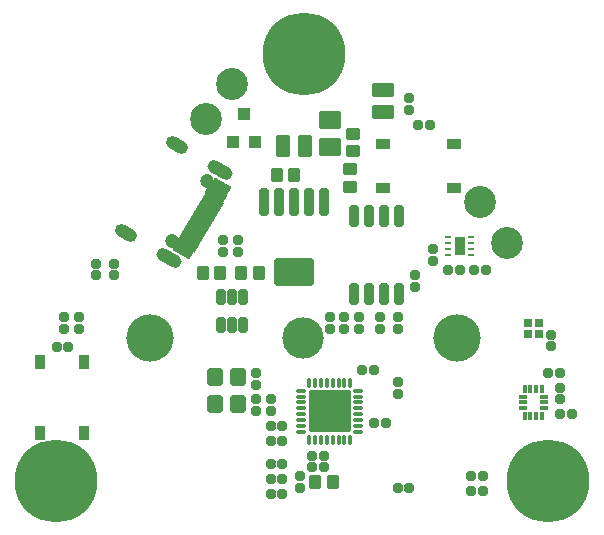
<source format=gbr>
%TF.GenerationSoftware,Altium Limited,Altium Designer,22.7.1 (60)*%
G04 Layer_Color=8388736*
%FSLAX45Y45*%
%MOMM*%
%TF.SameCoordinates,ACC7CE07-661A-46B9-B338-6EC4A6F7B09F*%
%TF.FilePolarity,Negative*%
%TF.FileFunction,Soldermask,Top*%
%TF.Part,Single*%
G01*
G75*
%TA.AperFunction,SMDPad,CuDef*%
G04:AMPARAMS|DCode=44|XSize=0.9mm|YSize=1.6mm|CornerRadius=0.0495mm|HoleSize=0mm|Usage=FLASHONLY|Rotation=180.000|XOffset=0mm|YOffset=0mm|HoleType=Round|Shape=RoundedRectangle|*
%AMROUNDEDRECTD44*
21,1,0.90000,1.50100,0,0,180.0*
21,1,0.80100,1.60000,0,0,180.0*
1,1,0.09900,-0.40050,0.75050*
1,1,0.09900,0.40050,0.75050*
1,1,0.09900,0.40050,-0.75050*
1,1,0.09900,-0.40050,-0.75050*
%
%ADD44ROUNDEDRECTD44*%
G04:AMPARAMS|DCode=45|XSize=0.5mm|YSize=0.25mm|CornerRadius=0.05mm|HoleSize=0mm|Usage=FLASHONLY|Rotation=180.000|XOffset=0mm|YOffset=0mm|HoleType=Round|Shape=RoundedRectangle|*
%AMROUNDEDRECTD45*
21,1,0.50000,0.15000,0,0,180.0*
21,1,0.40000,0.25000,0,0,180.0*
1,1,0.10000,-0.20000,0.07500*
1,1,0.10000,0.20000,0.07500*
1,1,0.10000,0.20000,-0.07500*
1,1,0.10000,-0.20000,-0.07500*
%
%ADD45ROUNDEDRECTD45*%
%TA.AperFunction,WasherPad*%
%ADD64C,4.00000*%
%ADD65C,3.50000*%
%ADD66C,7.00000*%
%TA.AperFunction,ComponentPad*%
%ADD67C,2.70320*%
%ADD68C,1.20000*%
G04:AMPARAMS|DCode=69|XSize=2.3mm|YSize=1.1mm|CornerRadius=0mm|HoleSize=0mm|Usage=FLASHONLY|Rotation=330.000|XOffset=0mm|YOffset=0mm|HoleType=Round|Shape=Round|*
%AMOVALD69*
21,1,1.20000,1.10000,0.00000,0.00000,330.0*
1,1,1.10000,-0.51962,0.30000*
1,1,1.10000,0.51962,-0.30000*
%
%ADD69OVALD69*%

G04:AMPARAMS|DCode=70|XSize=2mm|YSize=1.1mm|CornerRadius=0mm|HoleSize=0mm|Usage=FLASHONLY|Rotation=330.000|XOffset=0mm|YOffset=0mm|HoleType=Round|Shape=Round|*
%AMOVALD70*
21,1,0.90000,1.10000,0.00000,0.00000,330.0*
1,1,1.10000,-0.38971,0.22500*
1,1,1.10000,0.38971,-0.22500*
%
%ADD70OVALD70*%

%TA.AperFunction,SMDPad,CuDef*%
G04:AMPARAMS|DCode=77|XSize=0.8032mm|YSize=1.4032mm|CornerRadius=0.1766mm|HoleSize=0mm|Usage=FLASHONLY|Rotation=180.000|XOffset=0mm|YOffset=0mm|HoleType=Round|Shape=RoundedRectangle|*
%AMROUNDEDRECTD77*
21,1,0.80320,1.05000,0,0,180.0*
21,1,0.45000,1.40320,0,0,180.0*
1,1,0.35320,-0.22500,0.52500*
1,1,0.35320,0.22500,0.52500*
1,1,0.35320,0.22500,-0.52500*
1,1,0.35320,-0.22500,-0.52500*
%
%ADD77ROUNDEDRECTD77*%
G04:AMPARAMS|DCode=78|XSize=0.8032mm|YSize=0.9032mm|CornerRadius=0.1766mm|HoleSize=0mm|Usage=FLASHONLY|Rotation=0.000|XOffset=0mm|YOffset=0mm|HoleType=Round|Shape=RoundedRectangle|*
%AMROUNDEDRECTD78*
21,1,0.80320,0.55000,0,0,0.0*
21,1,0.45000,0.90320,0,0,0.0*
1,1,0.35320,0.22500,-0.27500*
1,1,0.35320,-0.22500,-0.27500*
1,1,0.35320,-0.22500,0.27500*
1,1,0.35320,0.22500,0.27500*
%
%ADD78ROUNDEDRECTD78*%
G04:AMPARAMS|DCode=79|XSize=0.35mm|YSize=0.8mm|CornerRadius=0.0625mm|HoleSize=0mm|Usage=FLASHONLY|Rotation=180.000|XOffset=0mm|YOffset=0mm|HoleType=Round|Shape=RoundedRectangle|*
%AMROUNDEDRECTD79*
21,1,0.35000,0.67500,0,0,180.0*
21,1,0.22500,0.80000,0,0,180.0*
1,1,0.12500,-0.11250,0.33750*
1,1,0.12500,0.11250,0.33750*
1,1,0.12500,0.11250,-0.33750*
1,1,0.12500,-0.11250,-0.33750*
%
%ADD79ROUNDEDRECTD79*%
G04:AMPARAMS|DCode=80|XSize=0.35mm|YSize=0.8mm|CornerRadius=0.0625mm|HoleSize=0mm|Usage=FLASHONLY|Rotation=270.000|XOffset=0mm|YOffset=0mm|HoleType=Round|Shape=RoundedRectangle|*
%AMROUNDEDRECTD80*
21,1,0.35000,0.67500,0,0,270.0*
21,1,0.22500,0.80000,0,0,270.0*
1,1,0.12500,-0.33750,-0.11250*
1,1,0.12500,-0.33750,0.11250*
1,1,0.12500,0.33750,0.11250*
1,1,0.12500,0.33750,-0.11250*
%
%ADD80ROUNDEDRECTD80*%
G04:AMPARAMS|DCode=81|XSize=3.59mm|YSize=3.59mm|CornerRadius=0.2425mm|HoleSize=0mm|Usage=FLASHONLY|Rotation=270.000|XOffset=0mm|YOffset=0mm|HoleType=Round|Shape=RoundedRectangle|*
%AMROUNDEDRECTD81*
21,1,3.59000,3.10500,0,0,270.0*
21,1,3.10500,3.59000,0,0,270.0*
1,1,0.48500,-1.55250,-1.55250*
1,1,0.48500,-1.55250,1.55250*
1,1,0.48500,1.55250,1.55250*
1,1,0.48500,1.55250,-1.55250*
%
%ADD81ROUNDEDRECTD81*%
G04:AMPARAMS|DCode=82|XSize=0.8032mm|YSize=1.9032mm|CornerRadius=0.1766mm|HoleSize=0mm|Usage=FLASHONLY|Rotation=0.000|XOffset=0mm|YOffset=0mm|HoleType=Round|Shape=RoundedRectangle|*
%AMROUNDEDRECTD82*
21,1,0.80320,1.55000,0,0,0.0*
21,1,0.45000,1.90320,0,0,0.0*
1,1,0.35320,0.22500,-0.77500*
1,1,0.35320,-0.22500,-0.77500*
1,1,0.35320,-0.22500,0.77500*
1,1,0.35320,0.22500,0.77500*
%
%ADD82ROUNDEDRECTD82*%
G04:AMPARAMS|DCode=83|XSize=0.8032mm|YSize=0.9032mm|CornerRadius=0.1766mm|HoleSize=0mm|Usage=FLASHONLY|Rotation=90.000|XOffset=0mm|YOffset=0mm|HoleType=Round|Shape=RoundedRectangle|*
%AMROUNDEDRECTD83*
21,1,0.80320,0.55000,0,0,90.0*
21,1,0.45000,0.90320,0,0,90.0*
1,1,0.35320,0.27500,0.22500*
1,1,0.35320,0.27500,-0.22500*
1,1,0.35320,-0.27500,-0.22500*
1,1,0.35320,-0.27500,0.22500*
%
%ADD83ROUNDEDRECTD83*%
%ADD84R,0.70200X0.40200*%
%ADD85R,0.40200X0.70200*%
G04:AMPARAMS|DCode=86|XSize=3.4032mm|YSize=2.3032mm|CornerRadius=0.1541mm|HoleSize=0mm|Usage=FLASHONLY|Rotation=0.000|XOffset=0mm|YOffset=0mm|HoleType=Round|Shape=RoundedRectangle|*
%AMROUNDEDRECTD86*
21,1,3.40320,1.99500,0,0,0.0*
21,1,3.09500,2.30320,0,0,0.0*
1,1,0.30820,1.54750,-0.99750*
1,1,0.30820,-1.54750,-0.99750*
1,1,0.30820,-1.54750,0.99750*
1,1,0.30820,1.54750,0.99750*
%
%ADD86ROUNDEDRECTD86*%
G04:AMPARAMS|DCode=87|XSize=0.8032mm|YSize=2.3032mm|CornerRadius=0.1526mm|HoleSize=0mm|Usage=FLASHONLY|Rotation=0.000|XOffset=0mm|YOffset=0mm|HoleType=Round|Shape=RoundedRectangle|*
%AMROUNDEDRECTD87*
21,1,0.80320,1.99800,0,0,0.0*
21,1,0.49800,2.30320,0,0,0.0*
1,1,0.30520,0.24900,-0.99900*
1,1,0.30520,-0.24900,-0.99900*
1,1,0.30520,-0.24900,0.99900*
1,1,0.30520,0.24900,0.99900*
%
%ADD87ROUNDEDRECTD87*%
%ADD88R,1.00320X1.00320*%
G04:AMPARAMS|DCode=89|XSize=1.2032mm|YSize=1.9032mm|CornerRadius=0.2266mm|HoleSize=0mm|Usage=FLASHONLY|Rotation=0.000|XOffset=0mm|YOffset=0mm|HoleType=Round|Shape=RoundedRectangle|*
%AMROUNDEDRECTD89*
21,1,1.20320,1.45000,0,0,0.0*
21,1,0.75000,1.90320,0,0,0.0*
1,1,0.45320,0.37500,-0.72500*
1,1,0.45320,-0.37500,-0.72500*
1,1,0.45320,-0.37500,0.72500*
1,1,0.45320,0.37500,0.72500*
%
%ADD89ROUNDEDRECTD89*%
G04:AMPARAMS|DCode=90|XSize=1.2032mm|YSize=1.9032mm|CornerRadius=0.2266mm|HoleSize=0mm|Usage=FLASHONLY|Rotation=90.000|XOffset=0mm|YOffset=0mm|HoleType=Round|Shape=RoundedRectangle|*
%AMROUNDEDRECTD90*
21,1,1.20320,1.45000,0,0,90.0*
21,1,0.75000,1.90320,0,0,90.0*
1,1,0.45320,0.72500,0.37500*
1,1,0.45320,0.72500,-0.37500*
1,1,0.45320,-0.72500,-0.37500*
1,1,0.45320,-0.72500,0.37500*
%
%ADD90ROUNDEDRECTD90*%
G04:AMPARAMS|DCode=91|XSize=1.0032mm|YSize=1.2032mm|CornerRadius=0.2016mm|HoleSize=0mm|Usage=FLASHONLY|Rotation=270.000|XOffset=0mm|YOffset=0mm|HoleType=Round|Shape=RoundedRectangle|*
%AMROUNDEDRECTD91*
21,1,1.00320,0.80000,0,0,270.0*
21,1,0.60000,1.20320,0,0,270.0*
1,1,0.40320,-0.40000,-0.30000*
1,1,0.40320,-0.40000,0.30000*
1,1,0.40320,0.40000,0.30000*
1,1,0.40320,0.40000,-0.30000*
%
%ADD91ROUNDEDRECTD91*%
G04:AMPARAMS|DCode=92|XSize=1.0032mm|YSize=1.2032mm|CornerRadius=0.2016mm|HoleSize=0mm|Usage=FLASHONLY|Rotation=180.000|XOffset=0mm|YOffset=0mm|HoleType=Round|Shape=RoundedRectangle|*
%AMROUNDEDRECTD92*
21,1,1.00320,0.80000,0,0,180.0*
21,1,0.60000,1.20320,0,0,180.0*
1,1,0.40320,-0.30000,0.40000*
1,1,0.40320,0.30000,0.40000*
1,1,0.40320,0.30000,-0.40000*
1,1,0.40320,-0.30000,-0.40000*
%
%ADD92ROUNDEDRECTD92*%
G04:AMPARAMS|DCode=93|XSize=1.6032mm|YSize=1.9032mm|CornerRadius=0.2766mm|HoleSize=0mm|Usage=FLASHONLY|Rotation=270.000|XOffset=0mm|YOffset=0mm|HoleType=Round|Shape=RoundedRectangle|*
%AMROUNDEDRECTD93*
21,1,1.60320,1.35000,0,0,270.0*
21,1,1.05000,1.90320,0,0,270.0*
1,1,0.55320,-0.67500,-0.52500*
1,1,0.55320,-0.67500,0.52500*
1,1,0.55320,0.67500,0.52500*
1,1,0.55320,0.67500,-0.52500*
%
%ADD93ROUNDEDRECTD93*%
%ADD94R,0.75320X0.75320*%
G04:AMPARAMS|DCode=95|XSize=0.88mm|YSize=1.78mm|CornerRadius=0mm|HoleSize=0mm|Usage=FLASHONLY|Rotation=240.000|XOffset=0mm|YOffset=0mm|HoleType=Round|Shape=Rectangle|*
%AMROTATEDRECTD95*
4,1,4,-0.55076,0.82605,0.99076,-0.06395,0.55076,-0.82605,-0.99076,0.06395,-0.55076,0.82605,0.0*
%
%ADD95ROTATEDRECTD95*%

G04:AMPARAMS|DCode=96|XSize=0.74mm|YSize=1.64mm|CornerRadius=0mm|HoleSize=0mm|Usage=FLASHONLY|Rotation=240.000|XOffset=0mm|YOffset=0mm|HoleType=Round|Shape=Rectangle|*
%AMROTATEDRECTD96*
4,1,4,-0.52514,0.73043,0.89514,-0.08957,0.52514,-0.73043,-0.89514,0.08957,-0.52514,0.73043,0.0*
%
%ADD96ROTATEDRECTD96*%

G04:AMPARAMS|DCode=97|XSize=0.58mm|YSize=1.78mm|CornerRadius=0mm|HoleSize=0mm|Usage=FLASHONLY|Rotation=240.000|XOffset=0mm|YOffset=0mm|HoleType=Round|Shape=Rectangle|*
%AMROTATEDRECTD97*
4,1,4,-0.62576,0.69615,0.91576,-0.19385,0.62576,-0.69615,-0.91576,0.19385,-0.62576,0.69615,0.0*
%
%ADD97ROTATEDRECTD97*%

G04:AMPARAMS|DCode=98|XSize=1.5032mm|YSize=1.3032mm|CornerRadius=0.1566mm|HoleSize=0mm|Usage=FLASHONLY|Rotation=270.000|XOffset=0mm|YOffset=0mm|HoleType=Round|Shape=RoundedRectangle|*
%AMROUNDEDRECTD98*
21,1,1.50320,0.99000,0,0,270.0*
21,1,1.19000,1.30320,0,0,270.0*
1,1,0.31320,-0.49500,-0.59500*
1,1,0.31320,-0.49500,0.59500*
1,1,0.31320,0.49500,0.59500*
1,1,0.31320,0.49500,-0.59500*
%
%ADD98ROUNDEDRECTD98*%
%ADD99R,1.20320X0.95320*%
%ADD100R,0.95320X1.20320*%
D44*
X3850000Y2900000D02*
D03*
D45*
X3755000Y2825000D02*
D03*
Y2875000D02*
D03*
Y2925000D02*
D03*
Y2975000D02*
D03*
X3945000D02*
D03*
Y2925000D02*
D03*
Y2875000D02*
D03*
Y2825000D02*
D03*
D64*
X1224900Y2118300D02*
D03*
X3824900D02*
D03*
D65*
X2524900D02*
D03*
D66*
X4601852Y910632D02*
D03*
X430650Y912472D02*
D03*
X2531083Y4526275D02*
D03*
D67*
X1925000Y4275000D02*
D03*
X1700000Y3975000D02*
D03*
X4250000Y2925000D02*
D03*
X4025000Y3275000D02*
D03*
D68*
X1418564Y2943853D02*
D03*
X1708564Y3446147D02*
D03*
D69*
X1823115Y3544556D02*
D03*
X1390615Y2795444D02*
D03*
D70*
X1026884Y3005444D02*
D03*
X1459384Y3754556D02*
D03*
D77*
X2020000Y2470000D02*
D03*
X1925000D02*
D03*
X1830000D02*
D03*
Y2230000D02*
D03*
X1925000D02*
D03*
X2020000D02*
D03*
D78*
X3025000Y1850000D02*
D03*
X3125000D02*
D03*
X3325000Y850000D02*
D03*
X3425000D02*
D03*
X4800000Y1475000D02*
D03*
X4700000D02*
D03*
X4700000Y1825000D02*
D03*
X4600000D02*
D03*
X2250000Y1250000D02*
D03*
X2350000D02*
D03*
X2250000Y1375000D02*
D03*
X2350000D02*
D03*
X3225000Y1400000D02*
D03*
X3125000D02*
D03*
X2350000Y925000D02*
D03*
X2250000D02*
D03*
X2350000Y1050000D02*
D03*
X2250000D02*
D03*
X2250000Y800000D02*
D03*
X2350000D02*
D03*
X4050000Y825000D02*
D03*
X3950000D02*
D03*
X4050000Y950000D02*
D03*
X3950000D02*
D03*
X3500000Y3925000D02*
D03*
X3600000D02*
D03*
X437457Y2044973D02*
D03*
X537457D02*
D03*
X3750000Y2700000D02*
D03*
X3850000D02*
D03*
X3975000D02*
D03*
X4075000D02*
D03*
D79*
X2575000Y1260000D02*
D03*
X2625000D02*
D03*
X2675000D02*
D03*
X2725000D02*
D03*
X2775000D02*
D03*
X2825000D02*
D03*
X2875000D02*
D03*
X2925000D02*
D03*
Y1740000D02*
D03*
X2875000D02*
D03*
X2825000D02*
D03*
X2775000D02*
D03*
X2725000D02*
D03*
X2675000D02*
D03*
X2625000D02*
D03*
X2575000D02*
D03*
D80*
X2990000Y1325000D02*
D03*
Y1375000D02*
D03*
Y1425000D02*
D03*
Y1475000D02*
D03*
Y1525000D02*
D03*
Y1575000D02*
D03*
Y1625000D02*
D03*
Y1675000D02*
D03*
X2510000D02*
D03*
Y1625000D02*
D03*
Y1575000D02*
D03*
Y1525000D02*
D03*
Y1475000D02*
D03*
Y1425000D02*
D03*
Y1375000D02*
D03*
Y1325000D02*
D03*
D81*
X2750000Y1500000D02*
D03*
D82*
X2959500Y2493500D02*
D03*
X3086500D02*
D03*
X3213500D02*
D03*
X3340500D02*
D03*
X2959500Y3156500D02*
D03*
X3086500D02*
D03*
X3213500D02*
D03*
X3340500D02*
D03*
D83*
X4700000Y1700000D02*
D03*
Y1600000D02*
D03*
X3425000Y4150000D02*
D03*
Y4050000D02*
D03*
X3475000Y2550000D02*
D03*
Y2650000D02*
D03*
X2600000Y1125000D02*
D03*
Y1025000D02*
D03*
X2700000Y1125000D02*
D03*
Y1025000D02*
D03*
X2500000Y850000D02*
D03*
Y950000D02*
D03*
X3175000Y2300000D02*
D03*
Y2200000D02*
D03*
X3325000Y2300000D02*
D03*
Y2200000D02*
D03*
X3000000Y2300000D02*
D03*
Y2200000D02*
D03*
X2750000Y2300000D02*
D03*
Y2200000D02*
D03*
X2875000Y2300000D02*
D03*
Y2200000D02*
D03*
X4625000Y2150000D02*
D03*
Y2050000D02*
D03*
X2250000Y1500000D02*
D03*
Y1600000D02*
D03*
X1975000Y2950000D02*
D03*
Y2850000D02*
D03*
X2125000Y1500000D02*
D03*
Y1600000D02*
D03*
Y1825000D02*
D03*
Y1725000D02*
D03*
X1850000Y2950000D02*
D03*
Y2850000D02*
D03*
X775000Y2750000D02*
D03*
Y2650000D02*
D03*
X925000Y2750000D02*
D03*
Y2650000D02*
D03*
X500000Y2300000D02*
D03*
Y2200000D02*
D03*
X3325000Y1750000D02*
D03*
Y1650000D02*
D03*
X625000Y2200000D02*
D03*
Y2300000D02*
D03*
X3625000Y2775000D02*
D03*
Y2875000D02*
D03*
D84*
X4383750Y1525000D02*
D03*
Y1625000D02*
D03*
Y1575000D02*
D03*
X4566250D02*
D03*
Y1525000D02*
D03*
Y1625000D02*
D03*
D85*
X4450000Y1691250D02*
D03*
X4400000Y1691200D02*
D03*
X4500000Y1691250D02*
D03*
X4550000D02*
D03*
X4400000Y1458800D02*
D03*
X4450000D02*
D03*
X4500000D02*
D03*
X4550000D02*
D03*
D86*
X2450000Y2677500D02*
D03*
D87*
X2196000Y3272500D02*
D03*
X2323000D02*
D03*
X2450000D02*
D03*
X2577000D02*
D03*
X2704000D02*
D03*
D88*
X2025000Y4020000D02*
D03*
X2120000Y3780000D02*
D03*
X1930000D02*
D03*
D89*
X2355000Y3750000D02*
D03*
X2545000D02*
D03*
D90*
X3200000Y4030000D02*
D03*
Y4220000D02*
D03*
D91*
X2925000Y3550000D02*
D03*
Y3400000D02*
D03*
X2950000Y3850000D02*
D03*
Y3700000D02*
D03*
D92*
X2450000Y3500000D02*
D03*
X2300000D02*
D03*
X2625000Y900000D02*
D03*
X2775000D02*
D03*
X2150000Y2675000D02*
D03*
X2000000D02*
D03*
X1675000D02*
D03*
X1825000D02*
D03*
D93*
X2750000Y3964300D02*
D03*
Y3735700D02*
D03*
D94*
X4427500Y2247500D02*
D03*
X4522500D02*
D03*
X4427500Y2152500D02*
D03*
X4522500D02*
D03*
D95*
X1791817Y3340346D02*
D03*
X1551817Y2924654D02*
D03*
D96*
X1831817Y3409628D02*
D03*
X1511817Y2855372D02*
D03*
D97*
X1759317Y3284054D02*
D03*
X1734317Y3240753D02*
D03*
X1709317Y3197452D02*
D03*
X1584317Y2980946D02*
D03*
X1609317Y3024247D02*
D03*
X1634317Y3067548D02*
D03*
X1659317Y3110850D02*
D03*
X1684317Y3154151D02*
D03*
D98*
X1780000Y1560000D02*
D03*
X1970000D02*
D03*
X1780000Y1790000D02*
D03*
X1970000D02*
D03*
D99*
X3800000Y3387500D02*
D03*
Y3762500D02*
D03*
X3200000D02*
D03*
Y3387500D02*
D03*
D100*
X294674Y1317416D02*
D03*
X669674D02*
D03*
Y1917416D02*
D03*
X294674D02*
D03*
%TF.MD5,b6aa287779af16a703352f8a76253849*%
M02*

</source>
